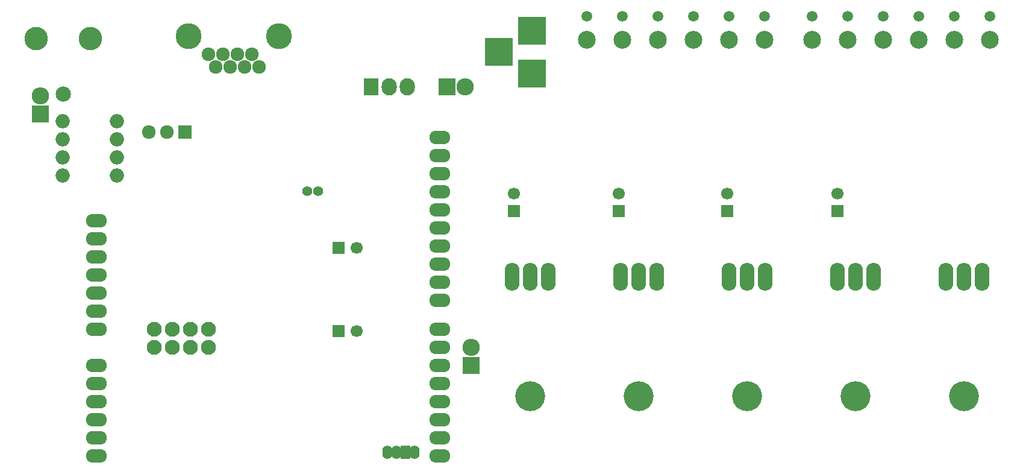
<source format=gbr>
G04 #@! TF.FileFunction,Soldermask,Bot*
%FSLAX46Y46*%
G04 Gerber Fmt 4.6, Leading zero omitted, Abs format (unit mm)*
G04 Created by KiCad (PCBNEW 4.0.2+dfsg1-stable) date Mon 11 Jun 2018 12:16:28 PM EDT*
%MOMM*%
G01*
G04 APERTURE LIST*
%ADD10C,0.100000*%
%ADD11C,3.651200*%
%ADD12C,1.924000*%
%ADD13O,2.940000X1.924000*%
%ADD14R,2.127200X2.432000*%
%ADD15O,2.127200X2.432000*%
%ADD16C,2.150000*%
%ADD17C,3.300000*%
%ADD18C,2.100000*%
%ADD19C,1.920000*%
%ADD20R,1.920000X1.920000*%
%ADD21O,2.000000X2.000000*%
%ADD22R,3.900120X3.900120*%
%ADD23C,2.500000*%
%ADD24C,1.500000*%
%ADD25C,1.700000*%
%ADD26R,1.700000X1.700000*%
%ADD27O,2.099260X3.900120*%
%ADD28C,4.199840*%
%ADD29C,1.400760*%
%ADD30O,1.400000X1.900000*%
%ADD31R,1.400000X1.900000*%
%ADD32R,2.432000X2.432000*%
%ADD33O,2.432000X2.432000*%
G04 APERTURE END LIST*
D10*
D11*
X57150000Y-60960000D03*
X44450000Y-60960000D03*
D12*
X53340000Y-63500000D03*
X51308000Y-63500000D03*
X49276000Y-63500000D03*
X47244000Y-63500000D03*
X54356000Y-65278000D03*
X52324000Y-65278000D03*
X50292000Y-65278000D03*
X48260000Y-65278000D03*
D13*
X31496000Y-119888000D03*
X31496000Y-117348000D03*
X31496000Y-114808000D03*
X31496000Y-107188000D03*
X31496000Y-109728000D03*
X31496000Y-112268000D03*
X31496000Y-102108000D03*
X31496000Y-99568000D03*
X31496000Y-97028000D03*
X31496000Y-91948000D03*
X31496000Y-89408000D03*
X79756000Y-119888000D03*
X79756000Y-117348000D03*
X79756000Y-114808000D03*
X79756000Y-112268000D03*
X79756000Y-109728000D03*
X79756000Y-107188000D03*
X79756000Y-104648000D03*
X79756000Y-102108000D03*
X79756000Y-98044000D03*
X79756000Y-95504000D03*
X79756000Y-92964000D03*
X79756000Y-90424000D03*
X79756000Y-87884000D03*
X79756000Y-85344000D03*
X79756000Y-82804000D03*
X79756000Y-80264000D03*
X31496000Y-94488000D03*
X79756000Y-77724000D03*
X79756000Y-75184000D03*
X31496000Y-86868000D03*
D14*
X70104000Y-68072000D03*
D15*
X72644000Y-68072000D03*
X75184000Y-68072000D03*
D16*
X26822400Y-69090200D03*
D17*
X30622400Y-61290200D03*
X23022400Y-61290200D03*
D18*
X47244000Y-104648000D03*
X47244000Y-102108000D03*
X44704000Y-104648000D03*
X44704000Y-102108000D03*
X42164000Y-104648000D03*
X42164000Y-102108000D03*
X39624000Y-104648000D03*
X39624000Y-102108000D03*
D19*
X41402000Y-74422000D03*
X38862000Y-74422000D03*
D20*
X43942000Y-74422000D03*
D21*
X34366200Y-80518000D03*
X34366200Y-77978000D03*
X34366200Y-75438000D03*
X34366200Y-72898000D03*
X26746200Y-72898000D03*
X26746200Y-75438000D03*
X26746200Y-77978000D03*
X26746200Y-80518000D03*
D22*
X92710000Y-66197480D03*
X92710000Y-60198000D03*
X88011000Y-63197740D03*
D23*
X157080000Y-61468000D03*
X152080000Y-61468000D03*
D24*
X157080000Y-58168000D03*
X152080000Y-58168000D03*
D23*
X147080000Y-61468000D03*
X142080000Y-61468000D03*
X137080000Y-61468000D03*
X132080000Y-61468000D03*
D24*
X147080000Y-58168000D03*
X142080000Y-58168000D03*
X137080000Y-58168000D03*
X132080000Y-58168000D03*
D23*
X125410000Y-61468000D03*
X120410000Y-61468000D03*
D24*
X125410000Y-58168000D03*
X120410000Y-58168000D03*
D23*
X115410000Y-61468000D03*
X110410000Y-61468000D03*
X105410000Y-61468000D03*
X100410000Y-61468000D03*
D24*
X115410000Y-58168000D03*
X110410000Y-58168000D03*
X105410000Y-58168000D03*
X100410000Y-58168000D03*
D25*
X120142000Y-83058000D03*
D26*
X120142000Y-85558000D03*
D25*
X104902000Y-83058000D03*
D26*
X104902000Y-85558000D03*
D25*
X90170000Y-83058000D03*
D26*
X90170000Y-85558000D03*
D27*
X153416000Y-94742000D03*
X155956000Y-94742000D03*
X150876000Y-94742000D03*
D28*
X153416000Y-111506000D03*
D27*
X122936000Y-94742000D03*
X125476000Y-94742000D03*
X120396000Y-94742000D03*
D28*
X122936000Y-111506000D03*
D27*
X107696000Y-94742000D03*
X110236000Y-94742000D03*
X105156000Y-94742000D03*
D28*
X107696000Y-111506000D03*
D27*
X92456000Y-94742000D03*
X94996000Y-94742000D03*
X89916000Y-94742000D03*
D28*
X92456000Y-111506000D03*
D25*
X135636000Y-83058000D03*
D26*
X135636000Y-85558000D03*
D27*
X138176000Y-94742000D03*
X140716000Y-94742000D03*
X135636000Y-94742000D03*
D28*
X138176000Y-111506000D03*
D25*
X68072000Y-90678000D03*
D26*
X65572000Y-90678000D03*
D25*
X68032000Y-102362000D03*
D26*
X65532000Y-102362000D03*
D29*
X61137800Y-82727800D03*
X62636400Y-82727800D03*
D30*
X76200000Y-119380000D03*
D31*
X74930000Y-119380000D03*
D30*
X73660000Y-119380000D03*
X72390000Y-119380000D03*
D32*
X80772000Y-68072000D03*
D33*
X83312000Y-68072000D03*
D32*
X84124800Y-107188000D03*
D33*
X84124800Y-104648000D03*
D32*
X23622000Y-71882000D03*
D33*
X23622000Y-69342000D03*
M02*

</source>
